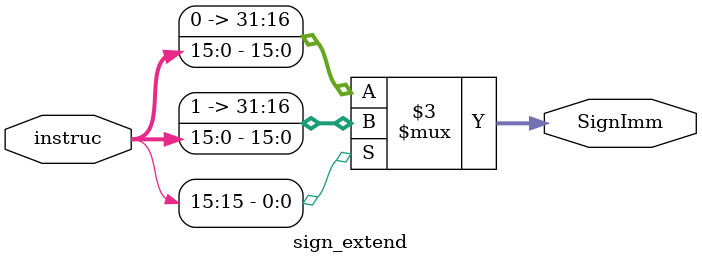
<source format=v>
module sign_extend(
    input [15:0] instruc,
    output reg [31:0] SignImm
);
    // Sign Extend
    always @(*) begin
        if (instruc[15]) begin
            SignImm = {{16{1'b1}}, instruc};
        end
        else begin
            SignImm = {{16{1'b0}}, instruc};
        end
    end
endmodule
</source>
